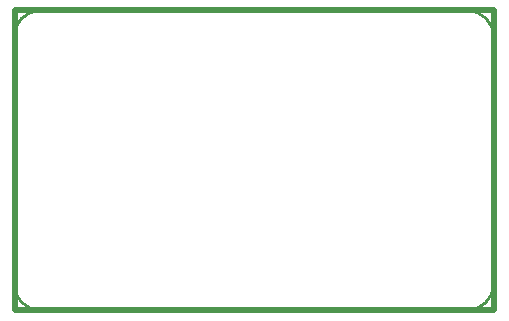
<source format=gko>
G04*
G04 #@! TF.GenerationSoftware,Altium Limited,Altium Designer,20.1.11 (218)*
G04*
G04 Layer_Color=16711935*
%FSLAX44Y44*%
%MOMM*%
G71*
G04*
G04 #@! TF.SameCoordinates,FB7AA9F9-362F-42BE-8F52-ADE0DE83CFEB*
G04*
G04*
G04 #@! TF.FilePolarity,Positive*
G04*
G01*
G75*
%ADD22C,0.2540*%
%ADD84C,0.5000*%
D22*
X22860Y254000D02*
G03*
X-10Y231150I-10J-22860D01*
G01*
X10Y22870D02*
G03*
X22860Y0I22860J-10D01*
G01*
X406420Y231150D02*
G03*
X383570Y254020I-22860J10D01*
G01*
X383570Y0D02*
G03*
X406440Y22850I10J22860D01*
G01*
X22860Y254000D02*
X383540Y254000D01*
X406420Y22830D02*
Y231140D01*
X22870Y0D02*
X383540Y0D01*
X0Y22880D02*
Y231120D01*
D84*
X1080Y254000D02*
X406400Y254000D01*
X1080Y0D02*
Y254000D01*
Y0D02*
X406400D01*
Y254000D01*
M02*

</source>
